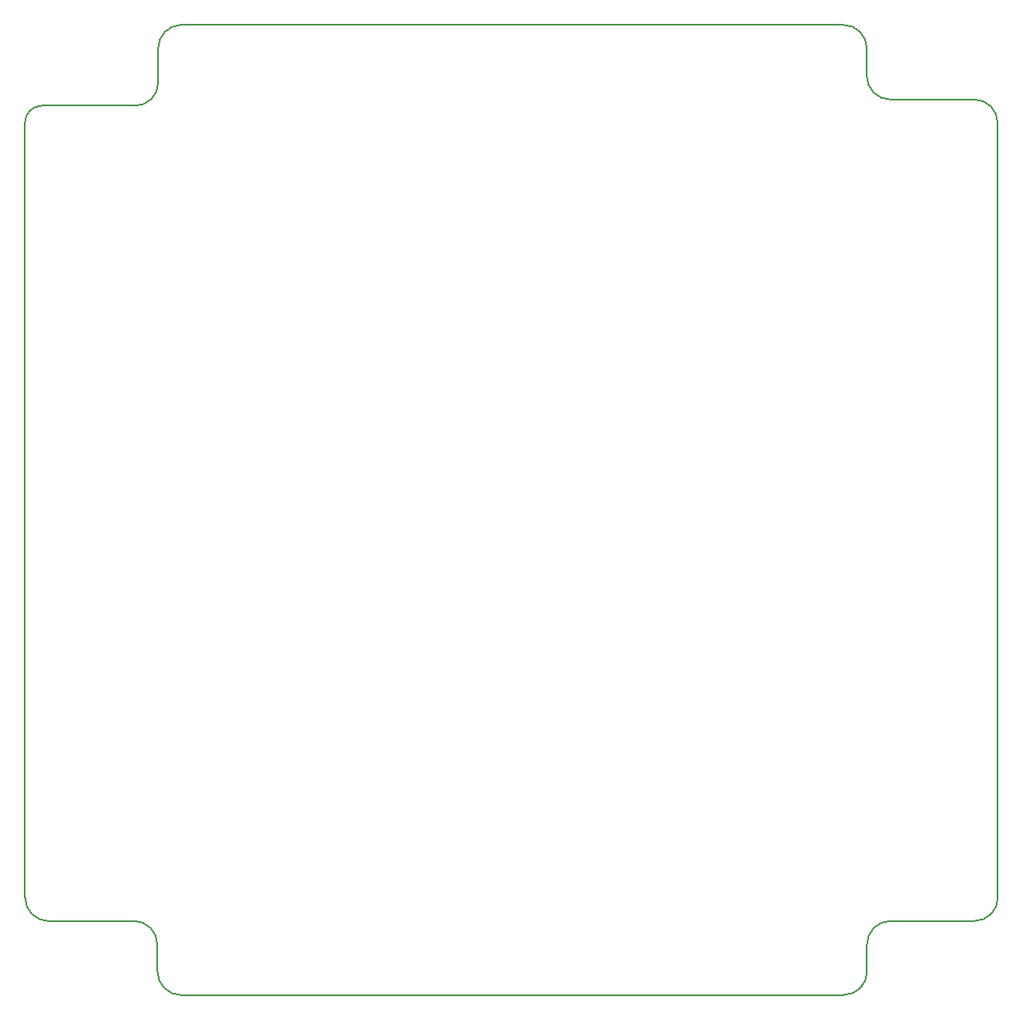
<source format=gm1>
G04 #@! TF.FileFunction,Profile,NP*
%FSLAX46Y46*%
G04 Gerber Fmt 4.6, Leading zero omitted, Abs format (unit mm)*
G04 Created by KiCad (PCBNEW 4.0.2-stable) date 28.04.2016 23:09:56*
%MOMM*%
G01*
G04 APERTURE LIST*
%ADD10C,0.100000*%
%ADD11C,0.150000*%
G04 APERTURE END LIST*
D10*
D11*
X104570000Y-132408000D02*
X113342962Y-132397200D01*
X115770000Y-137608000D02*
X115744562Y-134798800D01*
X188754070Y-137600458D02*
X188754070Y-134800458D01*
X199805670Y-132398858D02*
X191155670Y-132398858D01*
X188728708Y-42655658D02*
X188728708Y-45505658D01*
X199780308Y-47907258D02*
X191130308Y-47907258D01*
X115838962Y-46154000D02*
X115838962Y-42639073D01*
X103820000Y-48558000D02*
X113437362Y-48555600D01*
X115744562Y-134798800D02*
G75*
G03X113342962Y-132397200I-2401600J0D01*
G01*
X102141460Y-129995600D02*
G75*
G03X104570000Y-132408000I2412454J0D01*
G01*
X115761380Y-137608037D02*
G75*
G03X118170000Y-140008000I2410198J10256D01*
G01*
X191155670Y-132398858D02*
G75*
G03X188754070Y-134800458I0J-2401600D01*
G01*
X199805670Y-132398858D02*
G75*
G03X202207270Y-129997258I0J2401600D01*
G01*
X186352470Y-140002058D02*
G75*
G03X188754070Y-137600458I0J2401600D01*
G01*
X188728708Y-45505658D02*
G75*
G03X191130308Y-47907258I2401600J0D01*
G01*
X202193270Y-50307258D02*
G75*
G03X199780308Y-47907258I-2400035J0D01*
G01*
X188728708Y-42655658D02*
G75*
G03X186327151Y-40239649I-2401557J14409D01*
G01*
X113437362Y-48555600D02*
G75*
G03X115838962Y-46154000I0J2401600D01*
G01*
X103820000Y-48558000D02*
G75*
G03X102141456Y-50248527I17919J-1696378D01*
G01*
X118138351Y-40239649D02*
G75*
G03X115838962Y-42639073I102211J-2399424D01*
G01*
X102141362Y-50239600D02*
X102141362Y-129995600D01*
X202207270Y-129997258D02*
X202193270Y-50307258D01*
X118170000Y-140008000D02*
X186352470Y-140002058D01*
X118138351Y-40239649D02*
X186327151Y-40239649D01*
M02*

</source>
